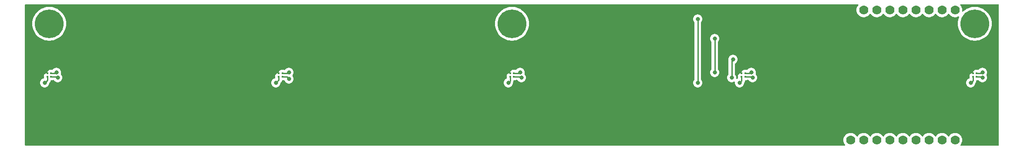
<source format=gbr>
%TF.GenerationSoftware,KiCad,Pcbnew,7.0.5*%
%TF.CreationDate,2023-06-18T10:33:00+01:00*%
%TF.ProjectId,Rapid Training Target,52617069-6420-4547-9261-696e696e6720,A*%
%TF.SameCoordinates,Original*%
%TF.FileFunction,Copper,L1,Top*%
%TF.FilePolarity,Positive*%
%FSLAX46Y46*%
G04 Gerber Fmt 4.6, Leading zero omitted, Abs format (unit mm)*
G04 Created by KiCad (PCBNEW 7.0.5) date 2023-06-18 10:33:00*
%MOMM*%
%LPD*%
G01*
G04 APERTURE LIST*
%TA.AperFunction,ComponentPad*%
%ADD10C,5.600000*%
%TD*%
%TA.AperFunction,ComponentPad*%
%ADD11C,1.778000*%
%TD*%
%TA.AperFunction,ComponentPad*%
%ADD12R,1.778000X1.778000*%
%TD*%
%TA.AperFunction,SMDPad,CuDef*%
%ADD13R,0.370000X0.339000*%
%TD*%
%TA.AperFunction,ViaPad*%
%ADD14C,0.800000*%
%TD*%
%TA.AperFunction,Conductor*%
%ADD15C,0.250000*%
%TD*%
G04 APERTURE END LIST*
D10*
%TO.P,H3,1*%
%TO.N,N/C*%
X220000000Y-70000000D03*
%TD*%
D11*
%TO.P,U1,18,3V3*%
%TO.N,+3V3*%
X195834000Y-92710000D03*
%TO.P,U1,17,GND*%
%TO.N,GND*%
X198374000Y-92710000D03*
%TO.P,U1,16,ESP_EN*%
%TO.N,unconnected-(U1-ESP_EN-Pad16)*%
X200914000Y-92710000D03*
%TO.P,U1,15,GPIO21/U0TXD*%
%TO.N,unconnected-(U1-GPIO21{slash}U0TXD-Pad15)*%
X203454000Y-92710000D03*
%TO.P,U1,14,GPIO20/U0TXD*%
%TO.N,unconnected-(U1-GPIO20{slash}U0TXD-Pad14)*%
X205994000Y-92710000D03*
%TO.P,U1,13,GPIO10*%
%TO.N,unconnected-(U1-GPIO10-Pad13)*%
X208534000Y-92710000D03*
%TO.P,U1,12,GPIO9*%
%TO.N,unconnected-(U1-GPIO9-Pad12)*%
X211074000Y-92710000D03*
%TO.P,U1,11,GPIO8*%
%TO.N,unconnected-(U1-GPIO8-Pad11)*%
X213614000Y-92710000D03*
%TO.P,U1,10,GPIO7*%
%TO.N,unconnected-(U1-GPIO7-Pad10)*%
X216154000Y-92710000D03*
%TO.P,U1,9,GPIO6*%
%TO.N,Blue*%
X216154000Y-67310000D03*
%TO.P,U1,8,GPIO5*%
%TO.N,Green*%
X213614000Y-67310000D03*
%TO.P,U1,7,GPIO4*%
%TO.N,Red*%
X211074000Y-67310000D03*
%TO.P,U1,6,GPIO3*%
%TO.N,unconnected-(U1-GPIO3-Pad6)*%
X208534000Y-67310000D03*
%TO.P,U1,5,GPIO2*%
%TO.N,unconnected-(U1-GPIO2-Pad5)*%
X205994000Y-67310000D03*
%TO.P,U1,4,GPIO1*%
%TO.N,unconnected-(U1-GPIO1-Pad4)*%
X203454000Y-67310000D03*
%TO.P,U1,3,GPIO0*%
%TO.N,unconnected-(U1-GPIO0-Pad3)*%
X200914000Y-67310000D03*
%TO.P,U1,2,GND*%
%TO.N,GND*%
X198374000Y-67310000D03*
D12*
%TO.P,U1,1,5V*%
%TO.N,+5V*%
X195834000Y-67310000D03*
%TD*%
D10*
%TO.P,H2,1*%
%TO.N,N/C*%
X40000000Y-70000000D03*
%TD*%
%TO.P,H1,1*%
%TO.N,N/C*%
X130000000Y-70000000D03*
%TD*%
D13*
%TO.P,D5,1,A*%
%TO.N,+5V*%
X219655000Y-79655000D03*
%TO.P,D5,2,RK*%
%TO.N,Net-(D1-RK)*%
X219655000Y-80345000D03*
%TO.P,D5,3,BK*%
%TO.N,Net-(D1-BK)*%
X220345000Y-80345000D03*
%TO.P,D5,4,GK*%
%TO.N,Net-(D1-GK)*%
X220345000Y-79655000D03*
%TD*%
%TO.P,D4,1,A*%
%TO.N,+5V*%
X174655000Y-79655000D03*
%TO.P,D4,2,RK*%
%TO.N,Net-(D1-RK)*%
X174655000Y-80345000D03*
%TO.P,D4,3,BK*%
%TO.N,Net-(D1-BK)*%
X175345000Y-80345000D03*
%TO.P,D4,4,GK*%
%TO.N,Net-(D1-GK)*%
X175345000Y-79655000D03*
%TD*%
%TO.P,D3,4,GK*%
%TO.N,Net-(D1-GK)*%
X130345000Y-79655000D03*
%TO.P,D3,3,BK*%
%TO.N,Net-(D1-BK)*%
X130345000Y-80345000D03*
%TO.P,D3,2,RK*%
%TO.N,Net-(D1-RK)*%
X129655000Y-80345000D03*
%TO.P,D3,1,A*%
%TO.N,+5V*%
X129655000Y-79655000D03*
%TD*%
%TO.P,D2,1,A*%
%TO.N,+5V*%
X84655000Y-79655000D03*
%TO.P,D2,2,RK*%
%TO.N,Net-(D1-RK)*%
X84655000Y-80345000D03*
%TO.P,D2,3,BK*%
%TO.N,Net-(D1-BK)*%
X85345000Y-80345000D03*
%TO.P,D2,4,GK*%
%TO.N,Net-(D1-GK)*%
X85345000Y-79655000D03*
%TD*%
%TO.P,D1,1,A*%
%TO.N,+5V*%
X39655000Y-79655000D03*
%TO.P,D1,2,RK*%
%TO.N,Net-(D1-RK)*%
X39655000Y-80345000D03*
%TO.P,D1,3,BK*%
%TO.N,Net-(D1-BK)*%
X40345000Y-80345000D03*
%TO.P,D1,4,GK*%
%TO.N,Net-(D1-GK)*%
X40345000Y-79655000D03*
%TD*%
D14*
%TO.N,Net-(D1-BK)*%
X172974000Y-76962000D03*
X172720000Y-80518000D03*
%TO.N,Net-(D1-RK)*%
X166116000Y-81534000D03*
X166116000Y-69088000D03*
%TO.N,Net-(D1-GK)*%
X169418000Y-72898000D03*
X169418000Y-79502000D03*
%TO.N,Net-(D1-BK)*%
X221488000Y-80518000D03*
X176784000Y-80518000D03*
X131826000Y-80518000D03*
X86614000Y-80772000D03*
X41656000Y-80518000D03*
%TO.N,Net-(D1-GK)*%
X221488000Y-79502000D03*
%TO.N,Net-(D1-RK)*%
X219202000Y-81534000D03*
%TO.N,Net-(D1-GK)*%
X176530000Y-79502000D03*
%TO.N,Net-(D1-RK)*%
X174244000Y-81534000D03*
%TO.N,Net-(D1-GK)*%
X131572000Y-79502000D03*
%TO.N,Net-(D1-RK)*%
X129286000Y-81534000D03*
%TO.N,Net-(D1-GK)*%
X86614000Y-79502000D03*
%TO.N,Net-(D1-RK)*%
X84074000Y-81534000D03*
%TO.N,Net-(D1-GK)*%
X41402000Y-79502000D03*
%TO.N,Net-(D1-RK)*%
X39116000Y-81534000D03*
%TD*%
D15*
%TO.N,Net-(D1-BK)*%
X172720000Y-77216000D02*
X172720000Y-80518000D01*
X172974000Y-76962000D02*
X172720000Y-77216000D01*
%TO.N,Net-(D1-RK)*%
X166116000Y-69088000D02*
X166116000Y-81534000D01*
%TO.N,Net-(D1-GK)*%
X169418000Y-72898000D02*
X169418000Y-79502000D01*
%TO.N,Net-(D1-BK)*%
X221315000Y-80345000D02*
X221488000Y-80518000D01*
X220345000Y-80345000D02*
X221315000Y-80345000D01*
X176611000Y-80345000D02*
X176784000Y-80518000D01*
X175345000Y-80345000D02*
X176611000Y-80345000D01*
X131653000Y-80345000D02*
X131826000Y-80518000D01*
X130345000Y-80345000D02*
X131653000Y-80345000D01*
X86187000Y-80345000D02*
X86614000Y-80772000D01*
X85345000Y-80345000D02*
X86187000Y-80345000D01*
X41483000Y-80345000D02*
X41656000Y-80518000D01*
X40345000Y-80345000D02*
X41483000Y-80345000D01*
%TO.N,Net-(D1-GK)*%
X221335000Y-79655000D02*
X221488000Y-79502000D01*
X220345000Y-79655000D02*
X221335000Y-79655000D01*
%TO.N,Net-(D1-RK)*%
X219655000Y-81081000D02*
X219202000Y-81534000D01*
X219655000Y-80345000D02*
X219655000Y-81081000D01*
%TO.N,Net-(D1-GK)*%
X176377000Y-79655000D02*
X176530000Y-79502000D01*
X175345000Y-79655000D02*
X176377000Y-79655000D01*
%TO.N,Net-(D1-RK)*%
X174655000Y-81123000D02*
X174244000Y-81534000D01*
X174655000Y-80345000D02*
X174655000Y-81123000D01*
%TO.N,Net-(D1-GK)*%
X131419000Y-79655000D02*
X131572000Y-79502000D01*
X130345000Y-79655000D02*
X131419000Y-79655000D01*
%TO.N,Net-(D1-RK)*%
X129655000Y-81165000D02*
X129286000Y-81534000D01*
X129655000Y-80345000D02*
X129655000Y-81165000D01*
%TO.N,Net-(D1-GK)*%
X86461000Y-79655000D02*
X86614000Y-79502000D01*
X85345000Y-79655000D02*
X86461000Y-79655000D01*
%TO.N,Net-(D1-RK)*%
X84655000Y-80953000D02*
X84074000Y-81534000D01*
X84655000Y-80345000D02*
X84655000Y-80953000D01*
%TO.N,Net-(D1-GK)*%
X41249000Y-79655000D02*
X41402000Y-79502000D01*
X40345000Y-79655000D02*
X41249000Y-79655000D01*
%TO.N,Net-(D1-RK)*%
X39655000Y-80995000D02*
X39116000Y-81534000D01*
X39655000Y-80345000D02*
X39655000Y-80995000D01*
%TD*%
%TA.AperFunction,Conductor*%
%TO.N,+5V*%
G36*
X197314112Y-66195185D02*
G01*
X197359867Y-66247989D01*
X197369811Y-66317147D01*
X197340786Y-66380703D01*
X197338303Y-66383483D01*
X197273728Y-66453629D01*
X197147782Y-66646405D01*
X197055282Y-66857285D01*
X196998753Y-67080515D01*
X196979738Y-67309994D01*
X196979738Y-67310005D01*
X196998753Y-67539484D01*
X197055282Y-67762714D01*
X197147782Y-67973594D01*
X197273728Y-68166370D01*
X197273731Y-68166373D01*
X197429692Y-68335792D01*
X197611411Y-68477229D01*
X197813931Y-68586828D01*
X197927025Y-68625653D01*
X198031725Y-68661597D01*
X198031727Y-68661597D01*
X198031729Y-68661598D01*
X198258863Y-68699500D01*
X198258864Y-68699500D01*
X198489136Y-68699500D01*
X198489137Y-68699500D01*
X198716271Y-68661598D01*
X198934069Y-68586828D01*
X199136589Y-68477229D01*
X199318308Y-68335792D01*
X199474269Y-68166373D01*
X199540190Y-68065472D01*
X199593337Y-68020115D01*
X199662569Y-68010691D01*
X199725905Y-68040193D01*
X199747809Y-68065472D01*
X199813728Y-68166370D01*
X199813731Y-68166373D01*
X199969692Y-68335792D01*
X200151411Y-68477229D01*
X200353931Y-68586828D01*
X200467025Y-68625653D01*
X200571725Y-68661597D01*
X200571727Y-68661597D01*
X200571729Y-68661598D01*
X200798863Y-68699500D01*
X200798864Y-68699500D01*
X201029136Y-68699500D01*
X201029137Y-68699500D01*
X201256271Y-68661598D01*
X201474069Y-68586828D01*
X201676589Y-68477229D01*
X201858308Y-68335792D01*
X202014269Y-68166373D01*
X202080190Y-68065472D01*
X202133337Y-68020115D01*
X202202569Y-68010691D01*
X202265905Y-68040193D01*
X202287809Y-68065472D01*
X202353728Y-68166370D01*
X202353731Y-68166373D01*
X202509692Y-68335792D01*
X202691411Y-68477229D01*
X202893931Y-68586828D01*
X203007025Y-68625653D01*
X203111725Y-68661597D01*
X203111727Y-68661597D01*
X203111729Y-68661598D01*
X203338863Y-68699500D01*
X203338864Y-68699500D01*
X203569136Y-68699500D01*
X203569137Y-68699500D01*
X203796271Y-68661598D01*
X204014069Y-68586828D01*
X204216589Y-68477229D01*
X204398308Y-68335792D01*
X204554269Y-68166373D01*
X204620191Y-68065470D01*
X204673336Y-68020115D01*
X204742567Y-68010691D01*
X204805903Y-68040192D01*
X204827807Y-68065471D01*
X204893727Y-68166368D01*
X204893729Y-68166370D01*
X204893731Y-68166373D01*
X205049692Y-68335792D01*
X205231411Y-68477229D01*
X205433931Y-68586828D01*
X205547025Y-68625653D01*
X205651725Y-68661597D01*
X205651727Y-68661597D01*
X205651729Y-68661598D01*
X205878863Y-68699500D01*
X205878864Y-68699500D01*
X206109136Y-68699500D01*
X206109137Y-68699500D01*
X206336271Y-68661598D01*
X206554069Y-68586828D01*
X206756589Y-68477229D01*
X206938308Y-68335792D01*
X207094269Y-68166373D01*
X207160190Y-68065472D01*
X207213337Y-68020115D01*
X207282569Y-68010691D01*
X207345905Y-68040193D01*
X207367809Y-68065472D01*
X207433728Y-68166370D01*
X207433731Y-68166373D01*
X207589692Y-68335792D01*
X207771411Y-68477229D01*
X207973931Y-68586828D01*
X208087025Y-68625653D01*
X208191725Y-68661597D01*
X208191727Y-68661597D01*
X208191729Y-68661598D01*
X208418863Y-68699500D01*
X208418864Y-68699500D01*
X208649136Y-68699500D01*
X208649137Y-68699500D01*
X208876271Y-68661598D01*
X209094069Y-68586828D01*
X209296589Y-68477229D01*
X209478308Y-68335792D01*
X209634269Y-68166373D01*
X209700190Y-68065472D01*
X209753337Y-68020115D01*
X209822569Y-68010691D01*
X209885905Y-68040193D01*
X209907809Y-68065472D01*
X209973728Y-68166370D01*
X209973731Y-68166373D01*
X210129692Y-68335792D01*
X210311411Y-68477229D01*
X210513931Y-68586828D01*
X210627025Y-68625653D01*
X210731725Y-68661597D01*
X210731727Y-68661597D01*
X210731729Y-68661598D01*
X210958863Y-68699500D01*
X210958864Y-68699500D01*
X211189136Y-68699500D01*
X211189137Y-68699500D01*
X211416271Y-68661598D01*
X211634069Y-68586828D01*
X211836589Y-68477229D01*
X212018308Y-68335792D01*
X212174269Y-68166373D01*
X212240190Y-68065472D01*
X212293337Y-68020115D01*
X212362569Y-68010691D01*
X212425905Y-68040193D01*
X212447809Y-68065472D01*
X212513728Y-68166370D01*
X212513731Y-68166373D01*
X212669692Y-68335792D01*
X212851411Y-68477229D01*
X213053931Y-68586828D01*
X213167025Y-68625653D01*
X213271725Y-68661597D01*
X213271727Y-68661597D01*
X213271729Y-68661598D01*
X213498863Y-68699500D01*
X213498864Y-68699500D01*
X213729136Y-68699500D01*
X213729137Y-68699500D01*
X213956271Y-68661598D01*
X214174069Y-68586828D01*
X214376589Y-68477229D01*
X214558308Y-68335792D01*
X214714269Y-68166373D01*
X214780190Y-68065472D01*
X214833337Y-68020115D01*
X214902569Y-68010691D01*
X214965905Y-68040193D01*
X214987809Y-68065472D01*
X215053728Y-68166370D01*
X215053731Y-68166373D01*
X215209692Y-68335792D01*
X215391411Y-68477229D01*
X215593931Y-68586828D01*
X215707025Y-68625653D01*
X215811725Y-68661597D01*
X215811727Y-68661597D01*
X215811729Y-68661598D01*
X216038863Y-68699500D01*
X216038864Y-68699500D01*
X216269136Y-68699500D01*
X216269137Y-68699500D01*
X216496271Y-68661598D01*
X216714069Y-68586828D01*
X216790824Y-68545289D01*
X216859152Y-68530694D01*
X216924524Y-68555356D01*
X216966185Y-68611446D01*
X216970909Y-68681156D01*
X216965035Y-68700241D01*
X216867674Y-68944600D01*
X216867672Y-68944607D01*
X216771932Y-69289434D01*
X216771926Y-69289460D01*
X216714029Y-69642614D01*
X216714028Y-69642631D01*
X216694652Y-69999997D01*
X216694652Y-70000002D01*
X216714028Y-70357368D01*
X216714029Y-70357385D01*
X216771926Y-70710539D01*
X216771932Y-70710565D01*
X216867672Y-71055392D01*
X216867674Y-71055399D01*
X217000142Y-71387870D01*
X217000151Y-71387888D01*
X217167784Y-71704077D01*
X217167790Y-71704086D01*
X217368634Y-72000309D01*
X217368641Y-72000319D01*
X217600331Y-72273085D01*
X217600332Y-72273086D01*
X217860163Y-72519211D01*
X218145081Y-72735800D01*
X218451747Y-72920315D01*
X218451749Y-72920316D01*
X218451751Y-72920317D01*
X218451755Y-72920319D01*
X218776552Y-73070585D01*
X218776565Y-73070591D01*
X219115726Y-73184868D01*
X219465254Y-73261805D01*
X219821052Y-73300500D01*
X219821058Y-73300500D01*
X220178942Y-73300500D01*
X220178948Y-73300500D01*
X220534746Y-73261805D01*
X220884274Y-73184868D01*
X221223435Y-73070591D01*
X221548253Y-72920315D01*
X221854919Y-72735800D01*
X222139837Y-72519211D01*
X222399668Y-72273086D01*
X222631365Y-72000311D01*
X222832211Y-71704085D01*
X222999853Y-71387880D01*
X223132324Y-71055403D01*
X223228071Y-70710552D01*
X223285972Y-70357371D01*
X223305348Y-70000000D01*
X223285972Y-69642629D01*
X223282297Y-69620214D01*
X223228073Y-69289460D01*
X223228072Y-69289459D01*
X223228071Y-69289448D01*
X223195931Y-69173690D01*
X223132327Y-68944607D01*
X223132325Y-68944600D01*
X222999857Y-68612129D01*
X222999848Y-68612111D01*
X222999495Y-68611446D01*
X222853353Y-68335792D01*
X222832215Y-68295922D01*
X222832213Y-68295919D01*
X222832211Y-68295915D01*
X222631365Y-67999689D01*
X222631361Y-67999684D01*
X222631358Y-67999680D01*
X222399668Y-67726914D01*
X222238551Y-67574296D01*
X222139837Y-67480789D01*
X222139830Y-67480783D01*
X222139827Y-67480781D01*
X222072245Y-67429407D01*
X221854919Y-67264200D01*
X221548253Y-67079685D01*
X221548252Y-67079684D01*
X221548248Y-67079682D01*
X221548244Y-67079680D01*
X221223447Y-66929414D01*
X221223441Y-66929411D01*
X221223435Y-66929409D01*
X221053854Y-66872270D01*
X220884273Y-66815131D01*
X220534744Y-66738194D01*
X220178949Y-66699500D01*
X220178948Y-66699500D01*
X219821052Y-66699500D01*
X219821050Y-66699500D01*
X219465255Y-66738194D01*
X219115726Y-66815131D01*
X218859970Y-66901306D01*
X218776565Y-66929409D01*
X218776562Y-66929410D01*
X218776563Y-66929410D01*
X218776552Y-66929414D01*
X218451755Y-67079680D01*
X218451751Y-67079682D01*
X218223367Y-67217096D01*
X218145081Y-67264200D01*
X218084840Y-67309994D01*
X217860172Y-67480781D01*
X217860163Y-67480789D01*
X217741993Y-67592725D01*
X217679786Y-67624537D01*
X217610255Y-67617667D01*
X217555476Y-67574296D01*
X217532841Y-67508194D01*
X217533143Y-67492461D01*
X217548262Y-67310005D01*
X217548262Y-67310000D01*
X217529246Y-67080512D01*
X217472717Y-66857284D01*
X217380217Y-66646405D01*
X217355980Y-66609308D01*
X217254271Y-66453629D01*
X217189697Y-66383483D01*
X217158775Y-66320828D01*
X217166635Y-66251402D01*
X217210783Y-66197247D01*
X217277200Y-66175556D01*
X217280927Y-66175500D01*
X224575500Y-66175500D01*
X224642539Y-66195185D01*
X224688294Y-66247989D01*
X224699500Y-66299500D01*
X224699500Y-93700500D01*
X224679815Y-93767539D01*
X224627011Y-93813294D01*
X224575500Y-93824500D01*
X217299338Y-93824500D01*
X217232299Y-93804815D01*
X217186544Y-93752011D01*
X217176600Y-93682853D01*
X217205625Y-93619297D01*
X217208108Y-93616517D01*
X217254269Y-93566373D01*
X217380217Y-93373595D01*
X217472717Y-93162716D01*
X217529246Y-92939488D01*
X217548262Y-92710000D01*
X217529246Y-92480512D01*
X217472717Y-92257284D01*
X217380217Y-92046405D01*
X217355980Y-92009308D01*
X217254271Y-91853629D01*
X217227355Y-91824390D01*
X217098308Y-91684208D01*
X217030036Y-91631070D01*
X216916591Y-91542772D01*
X216714069Y-91433172D01*
X216714061Y-91433169D01*
X216496274Y-91358402D01*
X216325920Y-91329975D01*
X216269137Y-91320500D01*
X216038863Y-91320500D01*
X215993436Y-91328080D01*
X215811725Y-91358402D01*
X215593938Y-91433169D01*
X215593930Y-91433172D01*
X215391408Y-91542772D01*
X215209694Y-91684206D01*
X215209689Y-91684211D01*
X215053727Y-91853630D01*
X214987808Y-91954528D01*
X214934662Y-91999884D01*
X214865431Y-92009308D01*
X214802095Y-91979806D01*
X214780192Y-91954528D01*
X214714272Y-91853630D01*
X214677104Y-91813255D01*
X214558308Y-91684208D01*
X214490036Y-91631070D01*
X214376591Y-91542772D01*
X214174069Y-91433172D01*
X214174061Y-91433169D01*
X213956274Y-91358402D01*
X213785920Y-91329975D01*
X213729137Y-91320500D01*
X213498863Y-91320500D01*
X213453436Y-91328080D01*
X213271725Y-91358402D01*
X213053938Y-91433169D01*
X213053930Y-91433172D01*
X212851408Y-91542772D01*
X212669694Y-91684206D01*
X212669689Y-91684211D01*
X212513727Y-91853630D01*
X212447808Y-91954528D01*
X212394662Y-91999884D01*
X212325431Y-92009308D01*
X212262095Y-91979806D01*
X212240192Y-91954528D01*
X212174272Y-91853630D01*
X212137104Y-91813256D01*
X212018308Y-91684208D01*
X211950036Y-91631070D01*
X211836591Y-91542772D01*
X211634069Y-91433172D01*
X211634061Y-91433169D01*
X211416274Y-91358402D01*
X211245920Y-91329975D01*
X211189137Y-91320500D01*
X210958863Y-91320500D01*
X210913436Y-91328080D01*
X210731725Y-91358402D01*
X210513938Y-91433169D01*
X210513930Y-91433172D01*
X210311408Y-91542772D01*
X210129694Y-91684206D01*
X210129689Y-91684211D01*
X209973727Y-91853630D01*
X209907808Y-91954528D01*
X209854662Y-91999884D01*
X209785431Y-92009308D01*
X209722095Y-91979806D01*
X209700192Y-91954528D01*
X209634272Y-91853630D01*
X209597104Y-91813255D01*
X209478308Y-91684208D01*
X209410036Y-91631070D01*
X209296591Y-91542772D01*
X209094069Y-91433172D01*
X209094061Y-91433169D01*
X208876274Y-91358402D01*
X208705920Y-91329975D01*
X208649137Y-91320500D01*
X208418863Y-91320500D01*
X208373436Y-91328080D01*
X208191725Y-91358402D01*
X207973938Y-91433169D01*
X207973930Y-91433172D01*
X207771408Y-91542772D01*
X207589694Y-91684206D01*
X207589689Y-91684211D01*
X207433727Y-91853630D01*
X207367808Y-91954528D01*
X207314662Y-91999884D01*
X207245431Y-92009308D01*
X207182095Y-91979806D01*
X207160192Y-91954528D01*
X207094272Y-91853630D01*
X207057104Y-91813256D01*
X206938308Y-91684208D01*
X206870036Y-91631070D01*
X206756591Y-91542772D01*
X206554069Y-91433172D01*
X206554061Y-91433169D01*
X206336274Y-91358402D01*
X206165920Y-91329975D01*
X206109137Y-91320500D01*
X205878863Y-91320500D01*
X205833436Y-91328080D01*
X205651725Y-91358402D01*
X205433938Y-91433169D01*
X205433930Y-91433172D01*
X205231408Y-91542772D01*
X205049694Y-91684206D01*
X205049689Y-91684211D01*
X204893727Y-91853630D01*
X204827808Y-91954528D01*
X204774662Y-91999884D01*
X204705431Y-92009308D01*
X204642095Y-91979806D01*
X204620192Y-91954528D01*
X204554272Y-91853630D01*
X204517104Y-91813255D01*
X204398308Y-91684208D01*
X204330036Y-91631070D01*
X204216591Y-91542772D01*
X204014069Y-91433172D01*
X204014061Y-91433169D01*
X203796274Y-91358402D01*
X203625920Y-91329975D01*
X203569137Y-91320500D01*
X203338863Y-91320500D01*
X203293436Y-91328080D01*
X203111725Y-91358402D01*
X202893938Y-91433169D01*
X202893930Y-91433172D01*
X202691408Y-91542772D01*
X202509694Y-91684206D01*
X202509689Y-91684211D01*
X202353727Y-91853630D01*
X202287808Y-91954528D01*
X202234662Y-91999884D01*
X202165431Y-92009308D01*
X202102095Y-91979806D01*
X202080192Y-91954528D01*
X202014272Y-91853630D01*
X201977104Y-91813256D01*
X201858308Y-91684208D01*
X201790036Y-91631070D01*
X201676591Y-91542772D01*
X201474069Y-91433172D01*
X201474061Y-91433169D01*
X201256274Y-91358402D01*
X201085920Y-91329975D01*
X201029137Y-91320500D01*
X200798863Y-91320500D01*
X200753436Y-91328080D01*
X200571725Y-91358402D01*
X200353938Y-91433169D01*
X200353930Y-91433172D01*
X200151408Y-91542772D01*
X199969694Y-91684206D01*
X199969689Y-91684211D01*
X199813727Y-91853630D01*
X199747808Y-91954528D01*
X199694662Y-91999884D01*
X199625431Y-92009308D01*
X199562095Y-91979806D01*
X199540192Y-91954528D01*
X199474272Y-91853630D01*
X199437104Y-91813255D01*
X199318308Y-91684208D01*
X199250036Y-91631070D01*
X199136591Y-91542772D01*
X198934069Y-91433172D01*
X198934061Y-91433169D01*
X198716274Y-91358402D01*
X198545920Y-91329975D01*
X198489137Y-91320500D01*
X198258863Y-91320500D01*
X198213436Y-91328080D01*
X198031725Y-91358402D01*
X197813938Y-91433169D01*
X197813930Y-91433172D01*
X197611408Y-91542772D01*
X197429694Y-91684206D01*
X197429689Y-91684211D01*
X197273727Y-91853630D01*
X197207808Y-91954528D01*
X197154662Y-91999884D01*
X197085431Y-92009308D01*
X197022095Y-91979806D01*
X197000192Y-91954528D01*
X196934272Y-91853630D01*
X196897104Y-91813256D01*
X196778308Y-91684208D01*
X196710036Y-91631070D01*
X196596591Y-91542772D01*
X196394069Y-91433172D01*
X196394061Y-91433169D01*
X196176274Y-91358402D01*
X196005920Y-91329975D01*
X195949137Y-91320500D01*
X195718863Y-91320500D01*
X195673436Y-91328080D01*
X195491725Y-91358402D01*
X195273938Y-91433169D01*
X195273930Y-91433172D01*
X195071408Y-91542772D01*
X194889694Y-91684206D01*
X194889689Y-91684211D01*
X194733728Y-91853629D01*
X194607782Y-92046405D01*
X194515282Y-92257285D01*
X194458753Y-92480515D01*
X194439738Y-92709994D01*
X194439738Y-92710005D01*
X194458753Y-92939484D01*
X194515282Y-93162714D01*
X194607782Y-93373594D01*
X194733728Y-93566370D01*
X194779892Y-93616517D01*
X194810814Y-93679172D01*
X194802954Y-93748598D01*
X194758807Y-93802753D01*
X194692389Y-93824444D01*
X194688662Y-93824500D01*
X35424500Y-93824500D01*
X35357461Y-93804815D01*
X35311706Y-93752011D01*
X35300500Y-93700500D01*
X35300500Y-81534000D01*
X38210540Y-81534000D01*
X38230326Y-81722256D01*
X38230327Y-81722259D01*
X38288818Y-81902277D01*
X38288821Y-81902284D01*
X38383467Y-82066216D01*
X38510128Y-82206888D01*
X38510129Y-82206888D01*
X38663265Y-82318148D01*
X38663270Y-82318151D01*
X38836192Y-82395142D01*
X38836197Y-82395144D01*
X39021354Y-82434500D01*
X39021355Y-82434500D01*
X39210644Y-82434500D01*
X39210646Y-82434500D01*
X39395803Y-82395144D01*
X39568730Y-82318151D01*
X39721871Y-82206888D01*
X39848533Y-82066216D01*
X39943179Y-81902284D01*
X40001674Y-81722256D01*
X40018932Y-81558044D01*
X40028825Y-81534000D01*
X83168540Y-81534000D01*
X83188326Y-81722256D01*
X83188327Y-81722259D01*
X83246818Y-81902277D01*
X83246821Y-81902284D01*
X83341467Y-82066216D01*
X83468128Y-82206888D01*
X83468129Y-82206888D01*
X83621265Y-82318148D01*
X83621270Y-82318151D01*
X83794192Y-82395142D01*
X83794197Y-82395144D01*
X83979354Y-82434500D01*
X83979355Y-82434500D01*
X84168644Y-82434500D01*
X84168646Y-82434500D01*
X84353803Y-82395144D01*
X84526730Y-82318151D01*
X84679871Y-82206888D01*
X84806533Y-82066216D01*
X84901179Y-81902284D01*
X84959674Y-81722256D01*
X84977321Y-81554344D01*
X85003904Y-81489734D01*
X85012951Y-81479638D01*
X85038788Y-81453801D01*
X85051042Y-81443986D01*
X85050859Y-81443764D01*
X85056868Y-81438791D01*
X85056877Y-81438786D01*
X85103607Y-81389022D01*
X85104846Y-81387743D01*
X85125120Y-81367471D01*
X85129379Y-81361978D01*
X85133152Y-81357561D01*
X85165062Y-81323582D01*
X85174713Y-81306024D01*
X85185396Y-81289761D01*
X85197673Y-81273936D01*
X85216185Y-81231153D01*
X85218738Y-81225941D01*
X85241197Y-81185092D01*
X85246180Y-81165680D01*
X85252481Y-81147280D01*
X85260437Y-81128896D01*
X85261908Y-81119603D01*
X85291836Y-81056469D01*
X85351146Y-81019536D01*
X85384382Y-81014999D01*
X85577871Y-81014999D01*
X85577872Y-81014999D01*
X85637483Y-81008591D01*
X85637484Y-81008590D01*
X85640354Y-81008282D01*
X85709113Y-81020688D01*
X85760250Y-81068299D01*
X85771539Y-81093252D01*
X85786818Y-81140277D01*
X85786821Y-81140284D01*
X85881467Y-81304216D01*
X85995697Y-81431081D01*
X86008129Y-81444888D01*
X86161265Y-81556148D01*
X86161270Y-81556151D01*
X86334192Y-81633142D01*
X86334197Y-81633144D01*
X86519354Y-81672500D01*
X86519355Y-81672500D01*
X86708644Y-81672500D01*
X86708646Y-81672500D01*
X86893803Y-81633144D01*
X87066730Y-81556151D01*
X87097218Y-81534000D01*
X128380540Y-81534000D01*
X128400326Y-81722256D01*
X128400327Y-81722259D01*
X128458818Y-81902277D01*
X128458821Y-81902284D01*
X128553467Y-82066216D01*
X128680128Y-82206888D01*
X128680129Y-82206888D01*
X128833265Y-82318148D01*
X128833270Y-82318151D01*
X129006192Y-82395142D01*
X129006197Y-82395144D01*
X129191354Y-82434500D01*
X129191355Y-82434500D01*
X129380644Y-82434500D01*
X129380646Y-82434500D01*
X129565803Y-82395144D01*
X129738730Y-82318151D01*
X129891871Y-82206888D01*
X130018533Y-82066216D01*
X130113179Y-81902284D01*
X130171674Y-81722256D01*
X130191460Y-81534000D01*
X165210540Y-81534000D01*
X165230326Y-81722256D01*
X165230327Y-81722259D01*
X165288818Y-81902277D01*
X165288821Y-81902284D01*
X165383467Y-82066216D01*
X165510128Y-82206888D01*
X165510129Y-82206888D01*
X165663265Y-82318148D01*
X165663270Y-82318151D01*
X165836192Y-82395142D01*
X165836197Y-82395144D01*
X166021354Y-82434500D01*
X166021355Y-82434500D01*
X166210644Y-82434500D01*
X166210646Y-82434500D01*
X166395803Y-82395144D01*
X166568730Y-82318151D01*
X166721871Y-82206888D01*
X166848533Y-82066216D01*
X166943179Y-81902284D01*
X167001674Y-81722256D01*
X167021460Y-81534000D01*
X167001674Y-81345744D01*
X166943179Y-81165716D01*
X166848533Y-81001784D01*
X166811141Y-80960256D01*
X166773350Y-80918284D01*
X166743120Y-80855292D01*
X166741500Y-80835312D01*
X166741500Y-80518000D01*
X171814540Y-80518000D01*
X171834326Y-80706256D01*
X171834327Y-80706259D01*
X171892818Y-80886277D01*
X171892821Y-80886284D01*
X171987467Y-81050216D01*
X172096128Y-81170896D01*
X172114129Y-81190888D01*
X172267265Y-81302148D01*
X172267270Y-81302151D01*
X172440192Y-81379142D01*
X172440197Y-81379144D01*
X172625354Y-81418500D01*
X172625355Y-81418500D01*
X172814644Y-81418500D01*
X172814646Y-81418500D01*
X172999803Y-81379144D01*
X173172730Y-81302151D01*
X173172730Y-81302150D01*
X173176038Y-81300678D01*
X173245288Y-81291393D01*
X173308564Y-81321021D01*
X173345778Y-81380155D01*
X173349794Y-81426915D01*
X173338540Y-81534000D01*
X173358326Y-81722256D01*
X173358327Y-81722259D01*
X173416818Y-81902277D01*
X173416821Y-81902284D01*
X173511467Y-82066216D01*
X173638128Y-82206888D01*
X173638129Y-82206888D01*
X173791265Y-82318148D01*
X173791270Y-82318151D01*
X173964192Y-82395142D01*
X173964197Y-82395144D01*
X174149354Y-82434500D01*
X174149355Y-82434500D01*
X174338644Y-82434500D01*
X174338646Y-82434500D01*
X174523803Y-82395144D01*
X174696730Y-82318151D01*
X174849871Y-82206888D01*
X174976533Y-82066216D01*
X175071179Y-81902284D01*
X175129674Y-81722256D01*
X175148411Y-81543977D01*
X175151538Y-81534000D01*
X218296540Y-81534000D01*
X218316326Y-81722256D01*
X218316327Y-81722259D01*
X218374818Y-81902277D01*
X218374821Y-81902284D01*
X218469467Y-82066216D01*
X218596129Y-82206888D01*
X218749265Y-82318148D01*
X218749270Y-82318151D01*
X218922192Y-82395142D01*
X218922197Y-82395144D01*
X219107354Y-82434500D01*
X219107355Y-82434500D01*
X219296644Y-82434500D01*
X219296646Y-82434500D01*
X219481803Y-82395144D01*
X219654730Y-82318151D01*
X219807871Y-82206888D01*
X219934533Y-82066216D01*
X220029179Y-81902284D01*
X220087674Y-81722256D01*
X220105592Y-81551764D01*
X220132176Y-81487152D01*
X220138523Y-81479842D01*
X220141170Y-81477024D01*
X220165062Y-81451582D01*
X220174714Y-81434023D01*
X220185389Y-81417772D01*
X220197674Y-81401936D01*
X220216186Y-81359152D01*
X220218742Y-81353935D01*
X220239633Y-81315937D01*
X220241194Y-81313098D01*
X220241194Y-81313097D01*
X220241197Y-81313092D01*
X220246180Y-81293680D01*
X220252477Y-81275291D01*
X220260438Y-81256895D01*
X220267729Y-81210853D01*
X220268906Y-81205166D01*
X220280500Y-81160019D01*
X220280499Y-81139986D01*
X220282036Y-81120527D01*
X220282193Y-81119539D01*
X220312154Y-81056419D01*
X220371485Y-81019518D01*
X220404656Y-81014999D01*
X220577871Y-81014999D01*
X220577872Y-81014999D01*
X220637483Y-81008591D01*
X220637482Y-81008591D01*
X220645196Y-81007762D01*
X220645491Y-81010507D01*
X220702119Y-81013537D01*
X220753027Y-81047506D01*
X220755466Y-81050215D01*
X220755467Y-81050216D01*
X220820091Y-81121988D01*
X220882129Y-81190888D01*
X221035265Y-81302148D01*
X221035270Y-81302151D01*
X221208192Y-81379142D01*
X221208197Y-81379144D01*
X221393354Y-81418500D01*
X221393355Y-81418500D01*
X221582644Y-81418500D01*
X221582646Y-81418500D01*
X221767803Y-81379144D01*
X221940730Y-81302151D01*
X222093871Y-81190888D01*
X222220533Y-81050216D01*
X222315179Y-80886284D01*
X222373674Y-80706256D01*
X222393460Y-80518000D01*
X222373674Y-80329744D01*
X222315179Y-80149716D01*
X222270308Y-80071996D01*
X222253836Y-80004100D01*
X222270307Y-79948003D01*
X222315179Y-79870284D01*
X222373674Y-79690256D01*
X222393460Y-79502000D01*
X222373674Y-79313744D01*
X222315179Y-79133716D01*
X222220533Y-78969784D01*
X222093871Y-78829112D01*
X222093867Y-78829109D01*
X221940734Y-78717851D01*
X221940729Y-78717848D01*
X221767807Y-78640857D01*
X221767802Y-78640855D01*
X221622001Y-78609865D01*
X221582646Y-78601500D01*
X221393354Y-78601500D01*
X221360897Y-78608398D01*
X221208197Y-78640855D01*
X221208192Y-78640857D01*
X221035270Y-78717848D01*
X221035265Y-78717851D01*
X220882132Y-78829109D01*
X220767675Y-78956226D01*
X220708188Y-78992874D01*
X220645393Y-78991677D01*
X220645035Y-78993193D01*
X220637491Y-78991410D01*
X220637483Y-78991409D01*
X220577873Y-78985000D01*
X220577863Y-78985000D01*
X220112129Y-78985000D01*
X220112123Y-78985001D01*
X220052516Y-78991408D01*
X219917671Y-79041702D01*
X219917664Y-79041706D01*
X219802455Y-79127952D01*
X219802452Y-79127955D01*
X219716206Y-79243164D01*
X219716202Y-79243171D01*
X219665908Y-79378017D01*
X219659501Y-79437616D01*
X219659500Y-79437635D01*
X219659500Y-79551000D01*
X219639815Y-79618039D01*
X219587011Y-79663794D01*
X219535501Y-79675000D01*
X219422130Y-79675000D01*
X219422123Y-79675001D01*
X219362516Y-79681408D01*
X219227671Y-79731702D01*
X219227664Y-79731706D01*
X219112455Y-79817952D01*
X219112452Y-79817955D01*
X219026206Y-79933164D01*
X219026202Y-79933171D01*
X218975910Y-80068013D01*
X218975909Y-80068017D01*
X218969500Y-80127627D01*
X218969500Y-80127634D01*
X218969500Y-80127635D01*
X218969500Y-80562386D01*
X218969615Y-80564520D01*
X218969500Y-80565002D01*
X218969501Y-80565693D01*
X218969338Y-80565693D01*
X218953537Y-80632515D01*
X218903250Y-80681023D01*
X218896229Y-80684417D01*
X218749267Y-80749850D01*
X218749265Y-80749851D01*
X218596129Y-80861111D01*
X218469466Y-81001785D01*
X218374821Y-81165715D01*
X218374818Y-81165722D01*
X218320871Y-81331755D01*
X218316326Y-81345744D01*
X218296540Y-81534000D01*
X175151538Y-81534000D01*
X175163069Y-81497206D01*
X175165060Y-81493583D01*
X175165062Y-81493582D01*
X175174714Y-81476023D01*
X175185389Y-81459772D01*
X175197674Y-81443936D01*
X175216186Y-81401152D01*
X175218742Y-81395935D01*
X175241197Y-81355092D01*
X175246180Y-81335680D01*
X175252477Y-81317291D01*
X175260438Y-81298895D01*
X175267729Y-81252853D01*
X175268908Y-81247162D01*
X175280500Y-81202019D01*
X175280500Y-81181983D01*
X175282027Y-81162582D01*
X175283033Y-81156235D01*
X175285160Y-81142804D01*
X175285159Y-81142803D01*
X175285402Y-81135104D01*
X175307183Y-81068716D01*
X175361398Y-81024642D01*
X175409341Y-81014999D01*
X175577871Y-81014999D01*
X175577872Y-81014999D01*
X175637483Y-81008591D01*
X175718648Y-80978318D01*
X175761982Y-80970500D01*
X175933851Y-80970500D01*
X176000890Y-80990185D01*
X176041237Y-81032499D01*
X176051463Y-81050211D01*
X176051465Y-81050214D01*
X176178129Y-81190888D01*
X176331265Y-81302148D01*
X176331270Y-81302151D01*
X176504192Y-81379142D01*
X176504197Y-81379144D01*
X176689354Y-81418500D01*
X176689355Y-81418500D01*
X176878644Y-81418500D01*
X176878646Y-81418500D01*
X177063803Y-81379144D01*
X177236730Y-81302151D01*
X177389871Y-81190888D01*
X177516533Y-81050216D01*
X177611179Y-80886284D01*
X177669674Y-80706256D01*
X177689460Y-80518000D01*
X177669674Y-80329744D01*
X177611179Y-80149716D01*
X177516533Y-79985784D01*
X177516533Y-79985783D01*
X177419762Y-79878308D01*
X177389532Y-79815316D01*
X177393980Y-79757019D01*
X177415674Y-79690256D01*
X177435460Y-79502000D01*
X177415674Y-79313744D01*
X177357179Y-79133716D01*
X177262533Y-78969784D01*
X177135871Y-78829112D01*
X177135867Y-78829109D01*
X176982734Y-78717851D01*
X176982729Y-78717848D01*
X176809807Y-78640857D01*
X176809802Y-78640855D01*
X176664000Y-78609865D01*
X176624646Y-78601500D01*
X176435354Y-78601500D01*
X176402897Y-78608398D01*
X176250197Y-78640855D01*
X176250192Y-78640857D01*
X176077270Y-78717848D01*
X176077265Y-78717851D01*
X175924132Y-78829109D01*
X175799116Y-78967953D01*
X175739629Y-79004601D01*
X175669772Y-79003270D01*
X175663633Y-79001162D01*
X175637486Y-78991410D01*
X175637485Y-78991409D01*
X175637483Y-78991409D01*
X175577873Y-78985000D01*
X175577863Y-78985000D01*
X175112129Y-78985000D01*
X175112123Y-78985001D01*
X175052516Y-78991408D01*
X174917671Y-79041702D01*
X174917664Y-79041706D01*
X174802455Y-79127952D01*
X174802452Y-79127955D01*
X174716206Y-79243164D01*
X174716202Y-79243171D01*
X174665908Y-79378017D01*
X174659501Y-79437616D01*
X174659500Y-79437635D01*
X174659500Y-79551000D01*
X174639815Y-79618039D01*
X174587011Y-79663794D01*
X174535501Y-79675000D01*
X174422130Y-79675000D01*
X174422123Y-79675001D01*
X174362516Y-79681408D01*
X174227671Y-79731702D01*
X174227664Y-79731706D01*
X174112455Y-79817952D01*
X174112452Y-79817955D01*
X174026206Y-79933164D01*
X174026202Y-79933171D01*
X173975910Y-80068013D01*
X173975909Y-80068017D01*
X173969500Y-80127627D01*
X173969500Y-80127634D01*
X173969500Y-80127635D01*
X173969500Y-80562370D01*
X173969502Y-80562391D01*
X173970939Y-80575764D01*
X173958530Y-80644522D01*
X173910916Y-80695657D01*
X173898085Y-80702290D01*
X173787961Y-80751321D01*
X173718711Y-80760606D01*
X173655434Y-80730978D01*
X173618221Y-80671843D01*
X173614204Y-80625088D01*
X173625460Y-80518000D01*
X173605674Y-80329744D01*
X173547179Y-80149716D01*
X173452533Y-79985784D01*
X173377350Y-79902284D01*
X173347120Y-79839292D01*
X173345500Y-79819312D01*
X173345500Y-77862843D01*
X173365185Y-77795804D01*
X173417989Y-77750049D01*
X173418958Y-77749611D01*
X173426730Y-77746151D01*
X173579871Y-77634888D01*
X173706533Y-77494216D01*
X173801179Y-77330284D01*
X173859674Y-77150256D01*
X173879460Y-76962000D01*
X173859674Y-76773744D01*
X173801179Y-76593716D01*
X173706533Y-76429784D01*
X173579871Y-76289112D01*
X173579870Y-76289111D01*
X173426734Y-76177851D01*
X173426729Y-76177848D01*
X173253807Y-76100857D01*
X173253802Y-76100855D01*
X173108001Y-76069865D01*
X173068646Y-76061500D01*
X172879354Y-76061500D01*
X172846897Y-76068398D01*
X172694197Y-76100855D01*
X172694192Y-76100857D01*
X172521270Y-76177848D01*
X172521265Y-76177851D01*
X172368129Y-76289111D01*
X172241466Y-76429785D01*
X172146821Y-76593715D01*
X172146818Y-76593722D01*
X172088327Y-76773740D01*
X172088326Y-76773744D01*
X172068539Y-76961999D01*
X172068540Y-76962000D01*
X172088325Y-77150256D01*
X172088585Y-77151476D01*
X172088628Y-77153137D01*
X172089005Y-77156719D01*
X172088723Y-77156748D01*
X172089552Y-77188383D01*
X172090085Y-77188400D01*
X172089840Y-77196195D01*
X172094225Y-77242583D01*
X172094500Y-77248421D01*
X172094500Y-79819312D01*
X172074815Y-79886351D01*
X172062650Y-79902284D01*
X171987466Y-79985784D01*
X171892821Y-80149715D01*
X171892818Y-80149722D01*
X171848491Y-80286148D01*
X171834326Y-80329744D01*
X171814540Y-80518000D01*
X166741500Y-80518000D01*
X166741500Y-79502000D01*
X168512540Y-79502000D01*
X168532326Y-79690256D01*
X168532327Y-79690259D01*
X168590818Y-79870277D01*
X168590819Y-79870279D01*
X168590821Y-79870284D01*
X168685467Y-80034216D01*
X168812128Y-80174888D01*
X168812129Y-80174888D01*
X168965265Y-80286148D01*
X168965270Y-80286151D01*
X169138192Y-80363142D01*
X169138197Y-80363144D01*
X169323354Y-80402500D01*
X169323355Y-80402500D01*
X169512644Y-80402500D01*
X169512646Y-80402500D01*
X169697803Y-80363144D01*
X169870730Y-80286151D01*
X170023871Y-80174888D01*
X170150533Y-80034216D01*
X170245179Y-79870284D01*
X170303674Y-79690256D01*
X170323460Y-79502000D01*
X170303674Y-79313744D01*
X170245179Y-79133716D01*
X170150533Y-78969784D01*
X170128708Y-78945545D01*
X170075350Y-78886284D01*
X170045120Y-78823292D01*
X170043500Y-78803312D01*
X170043500Y-73596687D01*
X170063185Y-73529648D01*
X170075350Y-73513715D01*
X170093891Y-73493122D01*
X170150533Y-73430216D01*
X170245179Y-73266284D01*
X170303674Y-73086256D01*
X170323460Y-72898000D01*
X170303674Y-72709744D01*
X170245179Y-72529716D01*
X170150533Y-72365784D01*
X170023871Y-72225112D01*
X170023870Y-72225111D01*
X169870734Y-72113851D01*
X169870729Y-72113848D01*
X169697807Y-72036857D01*
X169697802Y-72036855D01*
X169525908Y-72000319D01*
X169512646Y-71997500D01*
X169323354Y-71997500D01*
X169310092Y-72000319D01*
X169138197Y-72036855D01*
X169138192Y-72036857D01*
X168965270Y-72113848D01*
X168965265Y-72113851D01*
X168812129Y-72225111D01*
X168685466Y-72365785D01*
X168590821Y-72529715D01*
X168590818Y-72529722D01*
X168532327Y-72709740D01*
X168532326Y-72709744D01*
X168512540Y-72898000D01*
X168532326Y-73086256D01*
X168532327Y-73086259D01*
X168590818Y-73266277D01*
X168590821Y-73266284D01*
X168685467Y-73430216D01*
X168728772Y-73478310D01*
X168760650Y-73513715D01*
X168790880Y-73576706D01*
X168792500Y-73596687D01*
X168792500Y-78803312D01*
X168772815Y-78870351D01*
X168760650Y-78886284D01*
X168685466Y-78969784D01*
X168590821Y-79133715D01*
X168590818Y-79133722D01*
X168532327Y-79313740D01*
X168532326Y-79313744D01*
X168512540Y-79502000D01*
X166741500Y-79502000D01*
X166741500Y-69786687D01*
X166761185Y-69719648D01*
X166773350Y-69703715D01*
X166791891Y-69683122D01*
X166848533Y-69620216D01*
X166943179Y-69456284D01*
X167001674Y-69276256D01*
X167021460Y-69088000D01*
X167001674Y-68899744D01*
X166943179Y-68719716D01*
X166848533Y-68555784D01*
X166721871Y-68415112D01*
X166721870Y-68415111D01*
X166568734Y-68303851D01*
X166568729Y-68303848D01*
X166395807Y-68226857D01*
X166395802Y-68226855D01*
X166250000Y-68195865D01*
X166210646Y-68187500D01*
X166021354Y-68187500D01*
X165988897Y-68194398D01*
X165836197Y-68226855D01*
X165836192Y-68226857D01*
X165663270Y-68303848D01*
X165663265Y-68303851D01*
X165510129Y-68415111D01*
X165383466Y-68555785D01*
X165288821Y-68719715D01*
X165288818Y-68719722D01*
X165230327Y-68899740D01*
X165230326Y-68899744D01*
X165210540Y-69088000D01*
X165230326Y-69276256D01*
X165230327Y-69276259D01*
X165288818Y-69456277D01*
X165288821Y-69456284D01*
X165383467Y-69620216D01*
X165403648Y-69642629D01*
X165458650Y-69703715D01*
X165488880Y-69766706D01*
X165490500Y-69786687D01*
X165490500Y-80835312D01*
X165470815Y-80902351D01*
X165458650Y-80918284D01*
X165383466Y-81001784D01*
X165288821Y-81165715D01*
X165288818Y-81165722D01*
X165234871Y-81331755D01*
X165230326Y-81345744D01*
X165210540Y-81534000D01*
X130191460Y-81534000D01*
X130191460Y-81533997D01*
X130191460Y-81527500D01*
X130193820Y-81527500D01*
X130201527Y-81477029D01*
X130216187Y-81443150D01*
X130218740Y-81437939D01*
X130241197Y-81397092D01*
X130246177Y-81377691D01*
X130252478Y-81359288D01*
X130260438Y-81340896D01*
X130267730Y-81294849D01*
X130268911Y-81289152D01*
X130280500Y-81244019D01*
X130280500Y-81223983D01*
X130282027Y-81204582D01*
X130282433Y-81202019D01*
X130285160Y-81184804D01*
X130281933Y-81150668D01*
X130295221Y-81082074D01*
X130343485Y-81031553D01*
X130405383Y-81014999D01*
X130577871Y-81014999D01*
X130577872Y-81014999D01*
X130637483Y-81008591D01*
X130718648Y-80978318D01*
X130761982Y-80970500D01*
X130975851Y-80970500D01*
X131042890Y-80990185D01*
X131083237Y-81032499D01*
X131093463Y-81050211D01*
X131093465Y-81050214D01*
X131220129Y-81190888D01*
X131373265Y-81302148D01*
X131373270Y-81302151D01*
X131546192Y-81379142D01*
X131546197Y-81379144D01*
X131731354Y-81418500D01*
X131731355Y-81418500D01*
X131920644Y-81418500D01*
X131920646Y-81418500D01*
X132105803Y-81379144D01*
X132278730Y-81302151D01*
X132431871Y-81190888D01*
X132558533Y-81050216D01*
X132653179Y-80886284D01*
X132711674Y-80706256D01*
X132731460Y-80518000D01*
X132711674Y-80329744D01*
X132653179Y-80149716D01*
X132558533Y-79985784D01*
X132558533Y-79985783D01*
X132461762Y-79878308D01*
X132431532Y-79815316D01*
X132435980Y-79757019D01*
X132457674Y-79690256D01*
X132477460Y-79502000D01*
X132457674Y-79313744D01*
X132399179Y-79133716D01*
X132304533Y-78969784D01*
X132177871Y-78829112D01*
X132177867Y-78829109D01*
X132024734Y-78717851D01*
X132024729Y-78717848D01*
X131851807Y-78640857D01*
X131851802Y-78640855D01*
X131706000Y-78609865D01*
X131666646Y-78601500D01*
X131477354Y-78601500D01*
X131444897Y-78608398D01*
X131292197Y-78640855D01*
X131292192Y-78640857D01*
X131119270Y-78717848D01*
X131119265Y-78717851D01*
X130966129Y-78829111D01*
X130839461Y-78969790D01*
X130839410Y-78969861D01*
X130839369Y-78969891D01*
X130835119Y-78974613D01*
X130834255Y-78973835D01*
X130784076Y-79012521D01*
X130714462Y-79018493D01*
X130695767Y-79013147D01*
X130637486Y-78991410D01*
X130637485Y-78991409D01*
X130637483Y-78991409D01*
X130577873Y-78985000D01*
X130577863Y-78985000D01*
X130112129Y-78985000D01*
X130112123Y-78985001D01*
X130052516Y-78991408D01*
X129917671Y-79041702D01*
X129917664Y-79041706D01*
X129802455Y-79127952D01*
X129802452Y-79127955D01*
X129716206Y-79243164D01*
X129716202Y-79243171D01*
X129665908Y-79378017D01*
X129659501Y-79437616D01*
X129659500Y-79437635D01*
X129659500Y-79551000D01*
X129639815Y-79618039D01*
X129587011Y-79663794D01*
X129535501Y-79675000D01*
X129422130Y-79675000D01*
X129422123Y-79675001D01*
X129362516Y-79681408D01*
X129227671Y-79731702D01*
X129227664Y-79731706D01*
X129112455Y-79817952D01*
X129112452Y-79817955D01*
X129026206Y-79933164D01*
X129026202Y-79933171D01*
X128975910Y-80068013D01*
X128975909Y-80068017D01*
X128969500Y-80127627D01*
X128969500Y-80127634D01*
X128969500Y-80127635D01*
X128969500Y-80562370D01*
X128969501Y-80562376D01*
X128972858Y-80593603D01*
X128960451Y-80662362D01*
X128912840Y-80713499D01*
X128900006Y-80720135D01*
X128833266Y-80749850D01*
X128680129Y-80861111D01*
X128553466Y-81001785D01*
X128458821Y-81165715D01*
X128458818Y-81165722D01*
X128404871Y-81331755D01*
X128400326Y-81345744D01*
X128380540Y-81534000D01*
X87097218Y-81534000D01*
X87219871Y-81444888D01*
X87346533Y-81304216D01*
X87441179Y-81140284D01*
X87499674Y-80960256D01*
X87519460Y-80772000D01*
X87499674Y-80583744D01*
X87441179Y-80403716D01*
X87346533Y-80239784D01*
X87328693Y-80219971D01*
X87298464Y-80156981D01*
X87307089Y-80087646D01*
X87328694Y-80054028D01*
X87346533Y-80034216D01*
X87441179Y-79870284D01*
X87499674Y-79690256D01*
X87519460Y-79502000D01*
X87499674Y-79313744D01*
X87441179Y-79133716D01*
X87346533Y-78969784D01*
X87219871Y-78829112D01*
X87219867Y-78829109D01*
X87066734Y-78717851D01*
X87066729Y-78717848D01*
X86893807Y-78640857D01*
X86893802Y-78640855D01*
X86748000Y-78609865D01*
X86708646Y-78601500D01*
X86519354Y-78601500D01*
X86486897Y-78608398D01*
X86334197Y-78640855D01*
X86334192Y-78640857D01*
X86161270Y-78717848D01*
X86161265Y-78717851D01*
X86008129Y-78829111D01*
X85881465Y-78969785D01*
X85877645Y-78975044D01*
X85876073Y-78973902D01*
X85832210Y-79015720D01*
X85775398Y-79029500D01*
X85761982Y-79029500D01*
X85718649Y-79021682D01*
X85637486Y-78991410D01*
X85637485Y-78991409D01*
X85637483Y-78991409D01*
X85577873Y-78985000D01*
X85577863Y-78985000D01*
X85112129Y-78985000D01*
X85112123Y-78985001D01*
X85052516Y-78991408D01*
X84917671Y-79041702D01*
X84917664Y-79041706D01*
X84802455Y-79127952D01*
X84802452Y-79127955D01*
X84716206Y-79243164D01*
X84716202Y-79243171D01*
X84665908Y-79378017D01*
X84659501Y-79437616D01*
X84659500Y-79437635D01*
X84659500Y-79551000D01*
X84639815Y-79618039D01*
X84587011Y-79663794D01*
X84535501Y-79675000D01*
X84422130Y-79675000D01*
X84422123Y-79675001D01*
X84362516Y-79681408D01*
X84227671Y-79731702D01*
X84227664Y-79731706D01*
X84112455Y-79817952D01*
X84112452Y-79817955D01*
X84026206Y-79933164D01*
X84026202Y-79933171D01*
X83975910Y-80068013D01*
X83975909Y-80068017D01*
X83969500Y-80127627D01*
X83969500Y-80127634D01*
X83969500Y-80127635D01*
X83969500Y-80535181D01*
X83949815Y-80602220D01*
X83897011Y-80647975D01*
X83871281Y-80656471D01*
X83794197Y-80672855D01*
X83794192Y-80672857D01*
X83621270Y-80749848D01*
X83621265Y-80749851D01*
X83468129Y-80861111D01*
X83341466Y-81001785D01*
X83246821Y-81165715D01*
X83246818Y-81165722D01*
X83192871Y-81331755D01*
X83188326Y-81345744D01*
X83168540Y-81534000D01*
X40028825Y-81534000D01*
X40045515Y-81493434D01*
X40051860Y-81486126D01*
X40056871Y-81480789D01*
X40056877Y-81480786D01*
X40103606Y-81431023D01*
X40104846Y-81429743D01*
X40125120Y-81409471D01*
X40129379Y-81403978D01*
X40133152Y-81399561D01*
X40165062Y-81365582D01*
X40174713Y-81348024D01*
X40185396Y-81331761D01*
X40197673Y-81315936D01*
X40216185Y-81273153D01*
X40218738Y-81267941D01*
X40241197Y-81227092D01*
X40246180Y-81207680D01*
X40252481Y-81189280D01*
X40260437Y-81170896D01*
X40267728Y-81124860D01*
X40268905Y-81119172D01*
X40271736Y-81108147D01*
X40307483Y-81048113D01*
X40370011Y-81016935D01*
X40391838Y-81014999D01*
X40577871Y-81014999D01*
X40577872Y-81014999D01*
X40637483Y-81008591D01*
X40718648Y-80978318D01*
X40761982Y-80970500D01*
X40805851Y-80970500D01*
X40872890Y-80990185D01*
X40913237Y-81032499D01*
X40923463Y-81050211D01*
X40923465Y-81050214D01*
X41050129Y-81190888D01*
X41203265Y-81302148D01*
X41203270Y-81302151D01*
X41376192Y-81379142D01*
X41376197Y-81379144D01*
X41561354Y-81418500D01*
X41561355Y-81418500D01*
X41750644Y-81418500D01*
X41750646Y-81418500D01*
X41935803Y-81379144D01*
X42108730Y-81302151D01*
X42261871Y-81190888D01*
X42388533Y-81050216D01*
X42483179Y-80886284D01*
X42541674Y-80706256D01*
X42561460Y-80518000D01*
X42541674Y-80329744D01*
X42483179Y-80149716D01*
X42388533Y-79985784D01*
X42291762Y-79878308D01*
X42261532Y-79815316D01*
X42265980Y-79757019D01*
X42287674Y-79690256D01*
X42307460Y-79502000D01*
X42287674Y-79313744D01*
X42229179Y-79133716D01*
X42134533Y-78969784D01*
X42007871Y-78829112D01*
X42007867Y-78829109D01*
X41854734Y-78717851D01*
X41854729Y-78717848D01*
X41681807Y-78640857D01*
X41681802Y-78640855D01*
X41536001Y-78609865D01*
X41496646Y-78601500D01*
X41307354Y-78601500D01*
X41274897Y-78608398D01*
X41122197Y-78640855D01*
X41122192Y-78640857D01*
X40949270Y-78717848D01*
X40949265Y-78717851D01*
X40796129Y-78829111D01*
X40796128Y-78829112D01*
X40691290Y-78945545D01*
X40631803Y-78982193D01*
X40585891Y-78985862D01*
X40584643Y-78985727D01*
X40577873Y-78985000D01*
X40577870Y-78985000D01*
X40112129Y-78985000D01*
X40112123Y-78985001D01*
X40052516Y-78991408D01*
X39917671Y-79041702D01*
X39917664Y-79041706D01*
X39802455Y-79127952D01*
X39802452Y-79127955D01*
X39716206Y-79243164D01*
X39716202Y-79243171D01*
X39665908Y-79378017D01*
X39659501Y-79437616D01*
X39659500Y-79437635D01*
X39659500Y-79551000D01*
X39639815Y-79618039D01*
X39587011Y-79663794D01*
X39535501Y-79675000D01*
X39422130Y-79675000D01*
X39422123Y-79675001D01*
X39362516Y-79681408D01*
X39227671Y-79731702D01*
X39227664Y-79731706D01*
X39112455Y-79817952D01*
X39112452Y-79817955D01*
X39026206Y-79933164D01*
X39026202Y-79933171D01*
X38975910Y-80068013D01*
X38975909Y-80068017D01*
X38969500Y-80127627D01*
X38969500Y-80127634D01*
X38969500Y-80127635D01*
X38969500Y-80544108D01*
X38949815Y-80611147D01*
X38897011Y-80656902D01*
X38871282Y-80665398D01*
X38836196Y-80672856D01*
X38836192Y-80672857D01*
X38663270Y-80749848D01*
X38663265Y-80749851D01*
X38510129Y-80861111D01*
X38383466Y-81001785D01*
X38288821Y-81165715D01*
X38288818Y-81165722D01*
X38234871Y-81331755D01*
X38230326Y-81345744D01*
X38210540Y-81534000D01*
X35300500Y-81534000D01*
X35300500Y-70000002D01*
X36694652Y-70000002D01*
X36714028Y-70357368D01*
X36714029Y-70357385D01*
X36771926Y-70710539D01*
X36771932Y-70710565D01*
X36867672Y-71055392D01*
X36867674Y-71055399D01*
X37000142Y-71387870D01*
X37000151Y-71387888D01*
X37167784Y-71704077D01*
X37167790Y-71704086D01*
X37368634Y-72000309D01*
X37368641Y-72000319D01*
X37600331Y-72273085D01*
X37600332Y-72273086D01*
X37860163Y-72519211D01*
X38145081Y-72735800D01*
X38451747Y-72920315D01*
X38451749Y-72920316D01*
X38451751Y-72920317D01*
X38451755Y-72920319D01*
X38776552Y-73070585D01*
X38776565Y-73070591D01*
X39115726Y-73184868D01*
X39465254Y-73261805D01*
X39821052Y-73300500D01*
X39821058Y-73300500D01*
X40178942Y-73300500D01*
X40178948Y-73300500D01*
X40534746Y-73261805D01*
X40884274Y-73184868D01*
X41223435Y-73070591D01*
X41548253Y-72920315D01*
X41854919Y-72735800D01*
X42139837Y-72519211D01*
X42399668Y-72273086D01*
X42631365Y-72000311D01*
X42832211Y-71704085D01*
X42999853Y-71387880D01*
X43132324Y-71055403D01*
X43228071Y-70710552D01*
X43285972Y-70357371D01*
X43305348Y-70000002D01*
X126694652Y-70000002D01*
X126714028Y-70357368D01*
X126714029Y-70357385D01*
X126771926Y-70710539D01*
X126771932Y-70710565D01*
X126867672Y-71055392D01*
X126867674Y-71055399D01*
X127000142Y-71387870D01*
X127000151Y-71387888D01*
X127167784Y-71704077D01*
X127167790Y-71704086D01*
X127368634Y-72000309D01*
X127368641Y-72000319D01*
X127600331Y-72273085D01*
X127600332Y-72273086D01*
X127860163Y-72519211D01*
X128145081Y-72735800D01*
X128451747Y-72920315D01*
X128451749Y-72920316D01*
X128451751Y-72920317D01*
X128451755Y-72920319D01*
X128776552Y-73070585D01*
X128776565Y-73070591D01*
X129115726Y-73184868D01*
X129465254Y-73261805D01*
X129821052Y-73300500D01*
X129821058Y-73300500D01*
X130178942Y-73300500D01*
X130178948Y-73300500D01*
X130534746Y-73261805D01*
X130884274Y-73184868D01*
X131223435Y-73070591D01*
X131548253Y-72920315D01*
X131854919Y-72735800D01*
X132139837Y-72519211D01*
X132399668Y-72273086D01*
X132631365Y-72000311D01*
X132832211Y-71704085D01*
X132999853Y-71387880D01*
X133132324Y-71055403D01*
X133228071Y-70710552D01*
X133285972Y-70357371D01*
X133305348Y-70000000D01*
X133285972Y-69642629D01*
X133282297Y-69620214D01*
X133228073Y-69289460D01*
X133228072Y-69289459D01*
X133228071Y-69289448D01*
X133195931Y-69173690D01*
X133132327Y-68944607D01*
X133132325Y-68944600D01*
X132999857Y-68612129D01*
X132999848Y-68612111D01*
X132999495Y-68611446D01*
X132853353Y-68335792D01*
X132832215Y-68295922D01*
X132832213Y-68295919D01*
X132832211Y-68295915D01*
X132631365Y-67999689D01*
X132631361Y-67999684D01*
X132631358Y-67999680D01*
X132399668Y-67726914D01*
X132238551Y-67574296D01*
X132139837Y-67480789D01*
X132139830Y-67480783D01*
X132139827Y-67480781D01*
X132072245Y-67429407D01*
X131854919Y-67264200D01*
X131548253Y-67079685D01*
X131548252Y-67079684D01*
X131548248Y-67079682D01*
X131548244Y-67079680D01*
X131223447Y-66929414D01*
X131223441Y-66929411D01*
X131223435Y-66929409D01*
X131053854Y-66872270D01*
X130884273Y-66815131D01*
X130534744Y-66738194D01*
X130178949Y-66699500D01*
X130178948Y-66699500D01*
X129821052Y-66699500D01*
X129821050Y-66699500D01*
X129465255Y-66738194D01*
X129115726Y-66815131D01*
X128859970Y-66901306D01*
X128776565Y-66929409D01*
X128776562Y-66929410D01*
X128776563Y-66929410D01*
X128776552Y-66929414D01*
X128451755Y-67079680D01*
X128451751Y-67079682D01*
X128223367Y-67217096D01*
X128145081Y-67264200D01*
X128084840Y-67309994D01*
X127860172Y-67480781D01*
X127860163Y-67480789D01*
X127600331Y-67726914D01*
X127368641Y-67999680D01*
X127368634Y-67999690D01*
X127167790Y-68295913D01*
X127167784Y-68295922D01*
X127000151Y-68612111D01*
X127000142Y-68612129D01*
X126867674Y-68944600D01*
X126867672Y-68944607D01*
X126771932Y-69289434D01*
X126771926Y-69289460D01*
X126714029Y-69642614D01*
X126714028Y-69642631D01*
X126694652Y-69999997D01*
X126694652Y-70000002D01*
X43305348Y-70000002D01*
X43305348Y-70000000D01*
X43285972Y-69642629D01*
X43282297Y-69620214D01*
X43228073Y-69289460D01*
X43228072Y-69289459D01*
X43228071Y-69289448D01*
X43195931Y-69173690D01*
X43132327Y-68944607D01*
X43132325Y-68944600D01*
X42999857Y-68612129D01*
X42999848Y-68612111D01*
X42999495Y-68611446D01*
X42853353Y-68335792D01*
X42832215Y-68295922D01*
X42832213Y-68295919D01*
X42832211Y-68295915D01*
X42631365Y-67999689D01*
X42631361Y-67999684D01*
X42631358Y-67999680D01*
X42399668Y-67726914D01*
X42238551Y-67574296D01*
X42139837Y-67480789D01*
X42139830Y-67480783D01*
X42139827Y-67480781D01*
X42072245Y-67429407D01*
X41854919Y-67264200D01*
X41548253Y-67079685D01*
X41548252Y-67079684D01*
X41548248Y-67079682D01*
X41548244Y-67079680D01*
X41223447Y-66929414D01*
X41223441Y-66929411D01*
X41223435Y-66929409D01*
X41053854Y-66872270D01*
X40884273Y-66815131D01*
X40534744Y-66738194D01*
X40178949Y-66699500D01*
X40178948Y-66699500D01*
X39821052Y-66699500D01*
X39821050Y-66699500D01*
X39465255Y-66738194D01*
X39115726Y-66815131D01*
X38859970Y-66901306D01*
X38776565Y-66929409D01*
X38776562Y-66929410D01*
X38776563Y-66929410D01*
X38776552Y-66929414D01*
X38451755Y-67079680D01*
X38451751Y-67079682D01*
X38223367Y-67217096D01*
X38145081Y-67264200D01*
X38084840Y-67309994D01*
X37860172Y-67480781D01*
X37860163Y-67480789D01*
X37600331Y-67726914D01*
X37368641Y-67999680D01*
X37368634Y-67999690D01*
X37167790Y-68295913D01*
X37167784Y-68295922D01*
X37000151Y-68612111D01*
X37000142Y-68612129D01*
X36867674Y-68944600D01*
X36867672Y-68944607D01*
X36771932Y-69289434D01*
X36771926Y-69289460D01*
X36714029Y-69642614D01*
X36714028Y-69642631D01*
X36694652Y-69999997D01*
X36694652Y-70000002D01*
X35300500Y-70000002D01*
X35300500Y-66299500D01*
X35320185Y-66232461D01*
X35372989Y-66186706D01*
X35424500Y-66175500D01*
X197247073Y-66175500D01*
X197314112Y-66195185D01*
G37*
%TD.AperFunction*%
%TD*%
M02*

</source>
